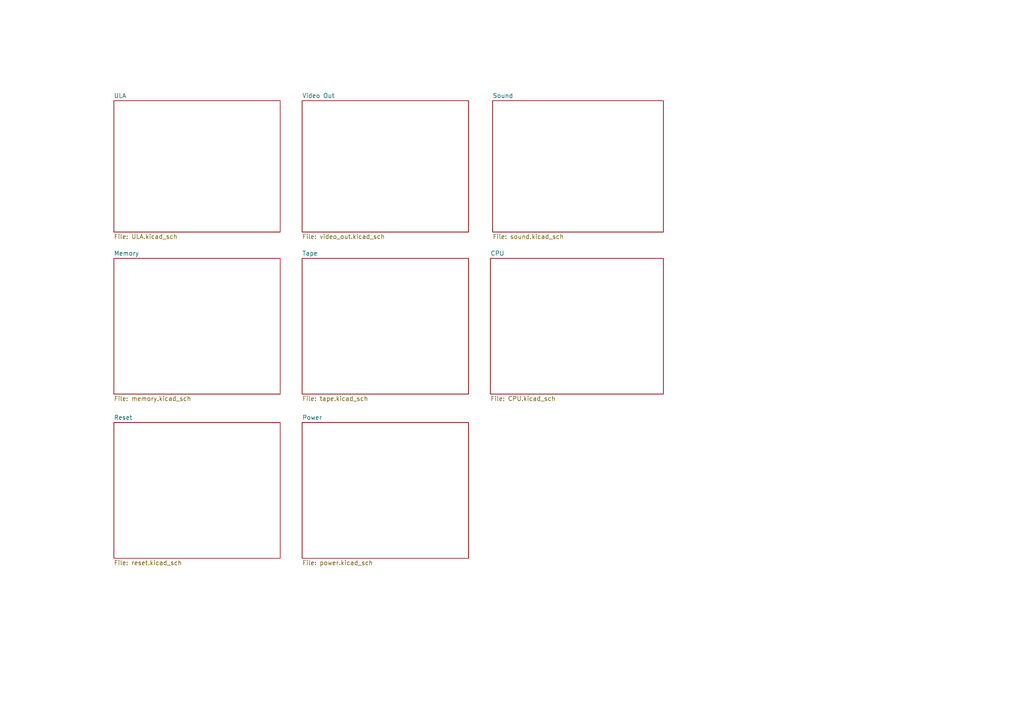
<source format=kicad_sch>
(kicad_sch
	(version 20231120)
	(generator "eeschema")
	(generator_version "8.0")
	(uuid "28c317e7-0d18-4677-9992-e0b587dfd665")
	(paper "A4")
	(lib_symbols)
	(sheet
		(at 142.24 74.93)
		(size 50.165 39.37)
		(fields_autoplaced yes)
		(stroke
			(width 0.1524)
			(type solid)
		)
		(fill
			(color 0 0 0 0.0000)
		)
		(uuid "4809def8-80a6-462e-bbf1-7cbfa00d0592")
		(property "Sheetname" "CPU"
			(at 142.24 74.2184 0)
			(effects
				(font
					(size 1.27 1.27)
				)
				(justify left bottom)
			)
		)
		(property "Sheetfile" "CPU.kicad_sch"
			(at 142.24 114.8846 0)
			(effects
				(font
					(size 1.27 1.27)
				)
				(justify left top)
			)
		)
		(instances
			(project "MetaphoricV2"
				(path "/28c317e7-0d18-4677-9992-e0b587dfd665"
					(page "7")
				)
			)
		)
	)
	(sheet
		(at 33.02 122.555)
		(size 48.26 39.37)
		(fields_autoplaced yes)
		(stroke
			(width 0.1524)
			(type solid)
		)
		(fill
			(color 0 0 0 0.0000)
		)
		(uuid "63180148-f2b8-493c-a0c2-621ce4ec5bd0")
		(property "Sheetname" "Reset"
			(at 33.02 121.8434 0)
			(effects
				(font
					(size 1.27 1.27)
				)
				(justify left bottom)
			)
		)
		(property "Sheetfile" "reset.kicad_sch"
			(at 33.02 162.5096 0)
			(effects
				(font
					(size 1.27 1.27)
				)
				(justify left top)
			)
		)
		(instances
			(project "MetaphoricV2"
				(path "/28c317e7-0d18-4677-9992-e0b587dfd665"
					(page "8")
				)
			)
		)
	)
	(sheet
		(at 33.02 29.21)
		(size 48.26 38.1)
		(fields_autoplaced yes)
		(stroke
			(width 0.1524)
			(type solid)
		)
		(fill
			(color 0 0 0 0.0000)
		)
		(uuid "69398288-e61f-4341-8fce-422131b7b223")
		(property "Sheetname" "ULA"
			(at 33.02 28.4984 0)
			(effects
				(font
					(size 1.27 1.27)
				)
				(justify left bottom)
			)
		)
		(property "Sheetfile" "ULA.kicad_sch"
			(at 33.02 67.8946 0)
			(effects
				(font
					(size 1.27 1.27)
				)
				(justify left top)
			)
		)
		(instances
			(project "MetaphoricV2"
				(path "/28c317e7-0d18-4677-9992-e0b587dfd665"
					(page "2")
				)
			)
		)
	)
	(sheet
		(at 87.63 74.93)
		(size 48.26 39.37)
		(fields_autoplaced yes)
		(stroke
			(width 0.1524)
			(type solid)
		)
		(fill
			(color 0 0 0 0.0000)
		)
		(uuid "6ab619fc-ec44-40d2-98ec-6e60fc1e284f")
		(property "Sheetname" "Tape"
			(at 87.63 74.2184 0)
			(effects
				(font
					(size 1.27 1.27)
				)
				(justify left bottom)
			)
		)
		(property "Sheetfile" "tape.kicad_sch"
			(at 87.63 114.8846 0)
			(effects
				(font
					(size 1.27 1.27)
				)
				(justify left top)
			)
		)
		(instances
			(project "MetaphoricV2"
				(path "/28c317e7-0d18-4677-9992-e0b587dfd665"
					(page "5")
				)
			)
		)
	)
	(sheet
		(at 33.02 74.93)
		(size 48.26 39.37)
		(fields_autoplaced yes)
		(stroke
			(width 0.1524)
			(type solid)
		)
		(fill
			(color 0 0 0 0.0000)
		)
		(uuid "a59c7c3c-62c6-498e-813c-e050a79db9b3")
		(property "Sheetname" "Memory"
			(at 33.02 74.2184 0)
			(effects
				(font
					(size 1.27 1.27)
				)
				(justify left bottom)
			)
		)
		(property "Sheetfile" "memory.kicad_sch"
			(at 33.02 114.8846 0)
			(effects
				(font
					(size 1.27 1.27)
				)
				(justify left top)
			)
		)
		(instances
			(project "MetaphoricV2"
				(path "/28c317e7-0d18-4677-9992-e0b587dfd665"
					(page "4")
				)
			)
		)
	)
	(sheet
		(at 87.63 122.555)
		(size 48.26 39.37)
		(fields_autoplaced yes)
		(stroke
			(width 0.1524)
			(type solid)
		)
		(fill
			(color 0 0 0 0.0000)
		)
		(uuid "e59da54a-85a9-4981-85ac-1f16e6e64ac9")
		(property "Sheetname" "Power"
			(at 87.63 121.8434 0)
			(effects
				(font
					(size 1.27 1.27)
				)
				(justify left bottom)
			)
		)
		(property "Sheetfile" "power.kicad_sch"
			(at 87.63 162.5096 0)
			(effects
				(font
					(size 1.27 1.27)
				)
				(justify left top)
			)
		)
		(instances
			(project "MetaphoricV2"
				(path "/28c317e7-0d18-4677-9992-e0b587dfd665"
					(page "9")
				)
			)
		)
	)
	(sheet
		(at 87.63 29.21)
		(size 48.26 38.1)
		(fields_autoplaced yes)
		(stroke
			(width 0.1524)
			(type solid)
		)
		(fill
			(color 0 0 0 0.0000)
		)
		(uuid "e7729704-3791-4f81-b641-6e63b0cebea1")
		(property "Sheetname" "Video Out"
			(at 87.63 28.4984 0)
			(effects
				(font
					(size 1.27 1.27)
				)
				(justify left bottom)
			)
		)
		(property "Sheetfile" "video_out.kicad_sch"
			(at 87.63 67.8946 0)
			(effects
				(font
					(size 1.27 1.27)
				)
				(justify left top)
			)
		)
		(instances
			(project "MetaphoricV2"
				(path "/28c317e7-0d18-4677-9992-e0b587dfd665"
					(page "3")
				)
			)
		)
	)
	(sheet
		(at 142.875 29.21)
		(size 49.53 38.1)
		(fields_autoplaced yes)
		(stroke
			(width 0.1524)
			(type solid)
		)
		(fill
			(color 0 0 0 0.0000)
		)
		(uuid "e8bb4b3b-0f2e-4b37-be50-e379dc27dbfc")
		(property "Sheetname" "Sound"
			(at 142.875 28.4984 0)
			(effects
				(font
					(size 1.27 1.27)
				)
				(justify left bottom)
			)
		)
		(property "Sheetfile" "sound.kicad_sch"
			(at 142.875 67.8946 0)
			(effects
				(font
					(size 1.27 1.27)
				)
				(justify left top)
			)
		)
		(instances
			(project "MetaphoricV2"
				(path "/28c317e7-0d18-4677-9992-e0b587dfd665"
					(page "6")
				)
			)
		)
	)
	(sheet_instances
		(path "/"
			(page "1")
		)
	)
)

</source>
